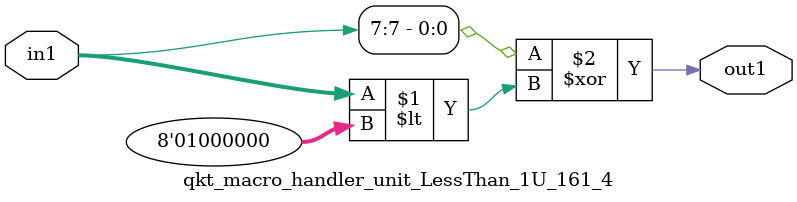
<source format=v>

`timescale 1ps / 1ps


module qkt_macro_handler_unit_LessThan_1U_161_4( in1, out1 );

    input [7:0] in1;
    output out1;

    
    // rtl_process:qkt_macro_handler_unit_LessThan_1U_161_4/qkt_macro_handler_unit_LessThan_1U_161_4_thread_1
    assign out1 = (in1[7] ^ in1 < 8'd064);

endmodule



</source>
